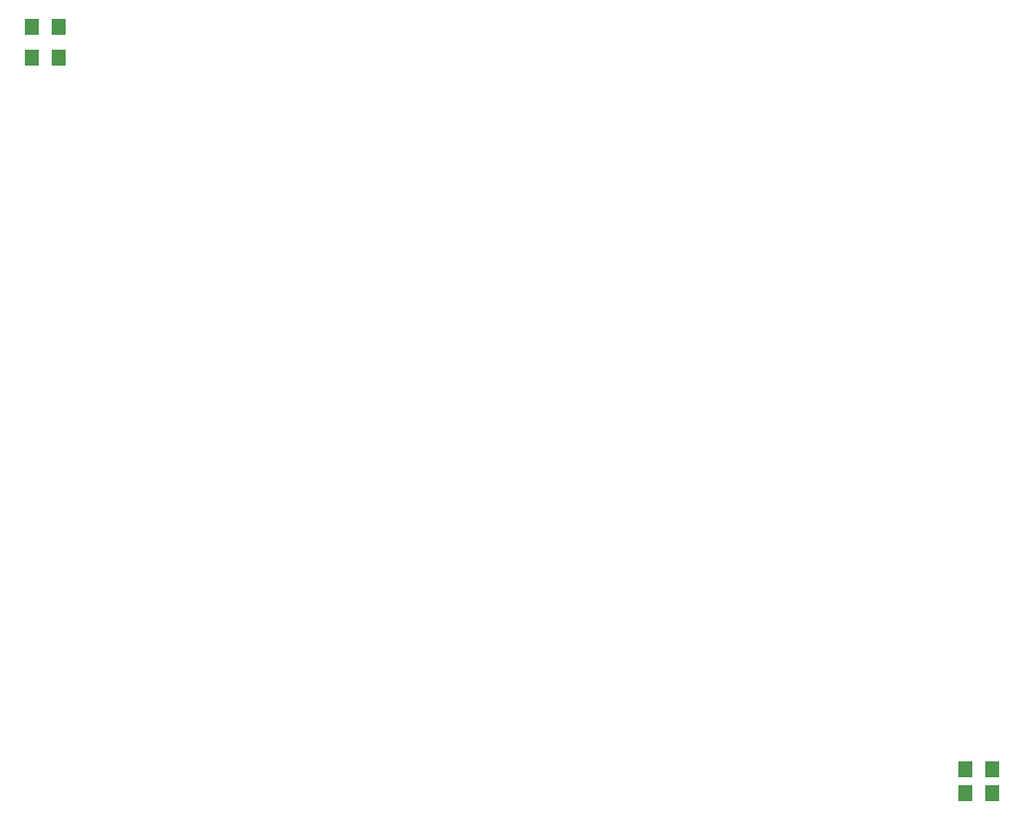
<source format=gbp>
G04 Layer_Color=128*
%FSTAX24Y24*%
%MOIN*%
G70*
G01*
G75*
%ADD10R,0.0500X0.0550*%
D10*
X03342Y05614D02*
D03*
X03432D02*
D03*
X03343Y05512D02*
D03*
X03433D02*
D03*
X06473Y03045D02*
D03*
X06563D02*
D03*
X06472Y03126D02*
D03*
X06562D02*
D03*
M02*

</source>
